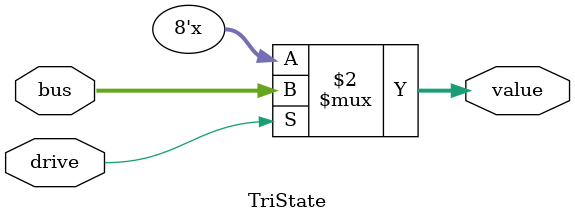
<source format=v>

module TriState(input drive, input [7:0] bus, output [7:0] value);
	assign value = (drive == 1) ? bus : 8'bz;
endmodule

</source>
